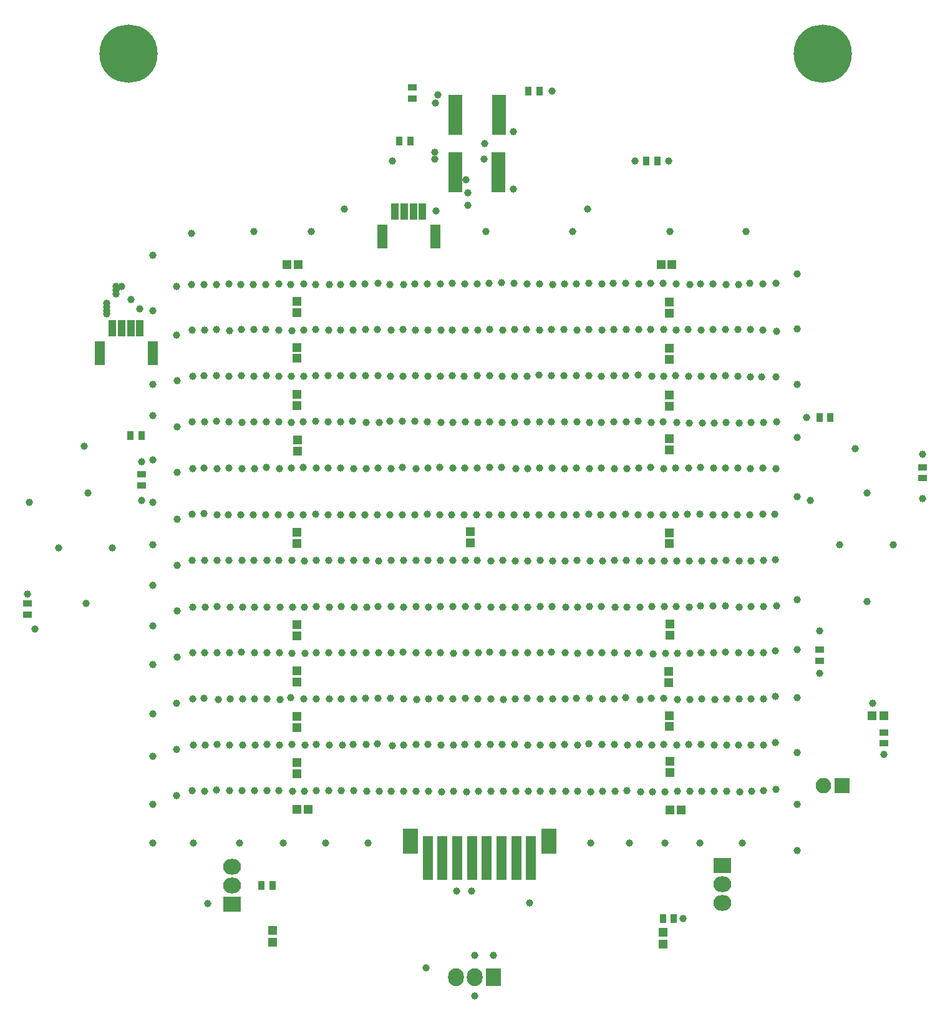
<source format=gbs>
G04 #@! TF.FileFunction,Soldermask,Bot*
%FSLAX46Y46*%
G04 Gerber Fmt 4.6, Leading zero omitted, Abs format (unit mm)*
G04 Created by KiCad (PCBNEW 4.0.6+dfsg1-1) date Tue Apr 17 11:31:54 2018*
%MOMM*%
%LPD*%
G01*
G04 APERTURE LIST*
%ADD10C,0.100000*%
%ADD11C,7.900000*%
%ADD12R,1.900000X0.850000*%
%ADD13R,1.150000X1.200000*%
%ADD14R,1.200000X1.150000*%
%ADD15R,1.000000X2.200000*%
%ADD16R,1.400000X3.200000*%
%ADD17R,2.100000X2.100000*%
%ADD18O,2.100000X2.100000*%
%ADD19R,2.127200X2.432000*%
%ADD20O,2.127200X2.432000*%
%ADD21R,2.432000X2.127200*%
%ADD22O,2.432000X2.127200*%
%ADD23R,1.200000X1.200000*%
%ADD24R,0.900000X1.300000*%
%ADD25R,1.300000X0.900000*%
%ADD26R,1.400000X5.900000*%
%ADD27R,2.000000X3.400000*%
%ADD28C,1.000000*%
G04 APERTURE END LIST*
D10*
D11*
X222188458Y-66616445D03*
D12*
X178250000Y-72700000D03*
X178250000Y-73350000D03*
X178250000Y-74000000D03*
X178250000Y-74650000D03*
X178250000Y-75300000D03*
X178250000Y-75950000D03*
X178250000Y-76600000D03*
X178250000Y-77250000D03*
X172350000Y-77250000D03*
X172350000Y-76600000D03*
X172350000Y-75950000D03*
X172350000Y-75300000D03*
X172350000Y-74650000D03*
X172350000Y-74000000D03*
X172350000Y-73350000D03*
X172350000Y-72700000D03*
X178200000Y-80475000D03*
X178200000Y-81125000D03*
X178200000Y-81775000D03*
X178200000Y-82425000D03*
X178200000Y-83075000D03*
X178200000Y-83725000D03*
X178200000Y-84375000D03*
X178200000Y-85025000D03*
X172300000Y-85025000D03*
X172300000Y-84375000D03*
X172300000Y-83725000D03*
X172300000Y-83075000D03*
X172300000Y-82425000D03*
X172300000Y-81775000D03*
X172300000Y-81125000D03*
X172300000Y-80475000D03*
D13*
X150800000Y-100300000D03*
X150800000Y-101800000D03*
X150850000Y-106500000D03*
X150850000Y-108000000D03*
X150850000Y-112900000D03*
X150850000Y-114400000D03*
X201450000Y-162700000D03*
X201450000Y-164200000D03*
X201350000Y-106600000D03*
X201350000Y-108100000D03*
X150900000Y-119100000D03*
X150900000Y-120600000D03*
D14*
X149500000Y-95300000D03*
X151000000Y-95300000D03*
D13*
X201350000Y-113000000D03*
X201350000Y-114500000D03*
X150850000Y-131600000D03*
X150850000Y-133100000D03*
X201400000Y-118900000D03*
X201400000Y-120400000D03*
D14*
X150850000Y-169200000D03*
X152350000Y-169200000D03*
X201450000Y-169300000D03*
X202950000Y-169300000D03*
D13*
X201400000Y-131650000D03*
X201400000Y-133150000D03*
D14*
X200250000Y-95300000D03*
X201750000Y-95300000D03*
D13*
X150850000Y-144150000D03*
X150850000Y-145650000D03*
X201400000Y-100350000D03*
X201400000Y-101850000D03*
X201450000Y-144050000D03*
X201450000Y-145550000D03*
X174350000Y-131500000D03*
X174350000Y-133000000D03*
X150800000Y-162850000D03*
X150800000Y-164350000D03*
X150800000Y-150400000D03*
X150800000Y-151900000D03*
X201300000Y-150500000D03*
X201300000Y-152000000D03*
X201350000Y-156450000D03*
X201350000Y-157950000D03*
X150800000Y-156600000D03*
X150800000Y-158100000D03*
D15*
X167875000Y-88075000D03*
X166625000Y-88075000D03*
X165375000Y-88075000D03*
X164125000Y-88075000D03*
D16*
X162400000Y-91425000D03*
X169600000Y-91425000D03*
D15*
X129525000Y-103900000D03*
X128275000Y-103900000D03*
X127025000Y-103900000D03*
X125775000Y-103900000D03*
D16*
X124050000Y-107250000D03*
X131250000Y-107250000D03*
D17*
X224790000Y-166000000D03*
D18*
X222250000Y-166000000D03*
D19*
X177540000Y-192000000D03*
D20*
X175000000Y-192000000D03*
X172460000Y-192000000D03*
D21*
X142000000Y-182040000D03*
D22*
X142000000Y-179500000D03*
X142000000Y-176960000D03*
D21*
X208600000Y-176800000D03*
D22*
X208600000Y-179340000D03*
X208600000Y-181880000D03*
D23*
X228900000Y-156500000D03*
X230500000Y-156500000D03*
D24*
X202000000Y-184000000D03*
X200500000Y-184000000D03*
X146000000Y-179500000D03*
X147500000Y-179500000D03*
X129750000Y-118500000D03*
X128250000Y-118500000D03*
D25*
X129750000Y-123750000D03*
X129750000Y-125250000D03*
X114250000Y-141250000D03*
X114250000Y-142750000D03*
X166500000Y-71250000D03*
X166500000Y-72750000D03*
D24*
X183750000Y-71750000D03*
X182250000Y-71750000D03*
D25*
X235750000Y-122750000D03*
X235750000Y-124250000D03*
X221750000Y-149000000D03*
X221750000Y-147500000D03*
D24*
X221750000Y-116000000D03*
X223250000Y-116000000D03*
X199750000Y-81250000D03*
X198250000Y-81250000D03*
X166250000Y-78500000D03*
X164750000Y-78500000D03*
D25*
X230500000Y-160250000D03*
X230500000Y-158750000D03*
D23*
X200500000Y-185900000D03*
X200500000Y-187500000D03*
X147500000Y-185650000D03*
X147500000Y-187250000D03*
D11*
X128011542Y-66616445D03*
D26*
X182600000Y-175750000D03*
X180600000Y-175750000D03*
X178600000Y-175750000D03*
X176600000Y-175750000D03*
X174600000Y-175750000D03*
X172600000Y-175750000D03*
X170600000Y-175750000D03*
X168600000Y-175750000D03*
D27*
X185000000Y-173500000D03*
X166200000Y-173500000D03*
D28*
X211250000Y-173750000D03*
X205500000Y-173750000D03*
X200750000Y-173750000D03*
X196000000Y-173750000D03*
X190750000Y-173750000D03*
X160500000Y-173750000D03*
X154750000Y-173750000D03*
X149000000Y-173750000D03*
X143000000Y-173750000D03*
X136750000Y-173750000D03*
X131250000Y-111500000D03*
X131250000Y-121750000D03*
X131250000Y-133250000D03*
X131250000Y-144250000D03*
X131250000Y-168500000D03*
X131250000Y-156250000D03*
X218750000Y-174750000D03*
X218750000Y-168500000D03*
X218750000Y-161500000D03*
X218750000Y-154000000D03*
X218750000Y-147500000D03*
X218750000Y-140750000D03*
X218750000Y-126750000D03*
X218750000Y-118750000D03*
X218750000Y-111500000D03*
X218750000Y-104000000D03*
X218750000Y-96500000D03*
X211750000Y-90750000D03*
X201500000Y-90750000D03*
X188250000Y-90750000D03*
X176500000Y-90750000D03*
X152750000Y-90750000D03*
X145000000Y-90750000D03*
X136500000Y-91000000D03*
X131250000Y-94000000D03*
X131250000Y-101500000D03*
X131250000Y-115750000D03*
X131250000Y-127500000D03*
X131250000Y-138750000D03*
X131250000Y-149500000D03*
X131250000Y-162000000D03*
X131250000Y-173750000D03*
X175002338Y-189002338D03*
X229000000Y-154750000D03*
X169750000Y-88000000D03*
X201250000Y-81250000D03*
X169500000Y-81000000D03*
X180250000Y-85000000D03*
X125000000Y-102000000D03*
X125000000Y-101500000D03*
X125000000Y-101000000D03*
X125000000Y-100500000D03*
X114250000Y-140000000D03*
X180250000Y-77250000D03*
X185500000Y-71750000D03*
X235750000Y-121000000D03*
X169600000Y-73350000D03*
X221750000Y-150750000D03*
X129750000Y-122000000D03*
X220000000Y-116000000D03*
X168350000Y-190700000D03*
X203250000Y-184000000D03*
X175000000Y-194500000D03*
X210626343Y-129211696D03*
X207266519Y-129191697D03*
X203846699Y-129171698D03*
X200516874Y-129211696D03*
X197150419Y-129183891D03*
X193771070Y-129183891D03*
X190416268Y-129167526D03*
X187054102Y-129199847D03*
X183672708Y-129223167D03*
X180329106Y-129225643D03*
X176911649Y-129202860D03*
X173543167Y-129186233D03*
X170212561Y-129192390D03*
X166839577Y-129183902D03*
X163435376Y-129188487D03*
X160081865Y-129188470D03*
X156715564Y-129180678D03*
X153349090Y-129176622D03*
X149978748Y-129193327D03*
X146607879Y-129191869D03*
X143249164Y-129200287D03*
X213939039Y-110516332D03*
X214137097Y-166666081D03*
X210930434Y-166800000D03*
X207456875Y-166706772D03*
X204141304Y-166750000D03*
X200821739Y-166800000D03*
X197452174Y-166800000D03*
X194032609Y-166750000D03*
X190713044Y-166800000D03*
X187293479Y-166750000D03*
X183841409Y-166688633D03*
X180554349Y-166750000D03*
X177130790Y-166706772D03*
X173850000Y-166784781D03*
X170495654Y-166800000D03*
X167022095Y-166706772D03*
X163652530Y-166706772D03*
X160282965Y-166706772D03*
X156834924Y-166649541D03*
X153433055Y-166618057D03*
X150228264Y-166750000D03*
X146735926Y-166657952D03*
X143388767Y-166675815D03*
X139933597Y-166593939D03*
X136637097Y-166666078D03*
X214196682Y-160459345D03*
X210788102Y-160433903D03*
X207500000Y-160486957D03*
X204028676Y-160418475D03*
X200604686Y-160367785D03*
X197289546Y-160418475D03*
X193919981Y-160418475D03*
X190450165Y-160310282D03*
X187180851Y-160418475D03*
X183870597Y-160459345D03*
X180380767Y-160360587D03*
X177072156Y-160418475D03*
X173648166Y-160367785D03*
X170392337Y-160459345D03*
X166963461Y-160418475D03*
X163758698Y-160550000D03*
X160224331Y-160418475D03*
X156969568Y-160500000D03*
X153485201Y-160418475D03*
X150115636Y-160418475D03*
X146746071Y-160418475D03*
X143435817Y-160459345D03*
X139982428Y-160397503D03*
X136752178Y-160500000D03*
X214197367Y-154211921D03*
X210827802Y-154211921D03*
X207565217Y-154300000D03*
X204145652Y-154250000D03*
X200629920Y-154145351D03*
X197400000Y-154243478D03*
X193920260Y-154170872D03*
X190530859Y-154154142D03*
X187240847Y-154211921D03*
X183811565Y-154170872D03*
X180501717Y-154211921D03*
X177132152Y-154211921D03*
X173680605Y-154151969D03*
X170278513Y-154119864D03*
X167100000Y-154269563D03*
X163539385Y-154119866D03*
X160169820Y-154119866D03*
X156855045Y-154170872D03*
X153482960Y-154168843D03*
X150015050Y-154061965D03*
X146790256Y-154202266D03*
X143436502Y-154211921D03*
X140123917Y-154250000D03*
X136697372Y-154211921D03*
X214190097Y-147959755D03*
X210768366Y-147923272D03*
X207398801Y-147923272D03*
X204147826Y-148000000D03*
X200828261Y-148050000D03*
X197290106Y-147923272D03*
X193920541Y-147923272D03*
X190587272Y-147949685D03*
X187241542Y-147964502D03*
X183811846Y-147923272D03*
X180502412Y-147964502D03*
X177026605Y-147881481D03*
X173763282Y-147964502D03*
X170333586Y-147923272D03*
X166984598Y-147938855D03*
X163638669Y-147954814D03*
X160224891Y-147923272D03*
X156915457Y-147964502D03*
X153485761Y-147923272D03*
X150194928Y-147974827D03*
X146806762Y-147964502D03*
X143321908Y-147871945D03*
X140007501Y-147923272D03*
X136690096Y-147959752D03*
X214138217Y-141675674D03*
X210829201Y-141717085D03*
X207324095Y-141601659D03*
X204090071Y-141717085D03*
X200683305Y-141693206D03*
X197410870Y-141750000D03*
X193981376Y-141717085D03*
X190526239Y-141654332D03*
X187300000Y-141747825D03*
X183832855Y-141691339D03*
X180503116Y-141717085D03*
X177133551Y-141717085D03*
X173703437Y-141675674D03*
X170333872Y-141675674D03*
X166982411Y-141689452D03*
X163594742Y-141675674D03*
X160350000Y-141754345D03*
X156884222Y-141696872D03*
X153478420Y-141669466D03*
X150250000Y-141763040D03*
X146807466Y-141717085D03*
X143500000Y-141752170D03*
X140033760Y-141695047D03*
X136698771Y-141717085D03*
X214138507Y-135428079D03*
X210829915Y-135469673D03*
X207433518Y-135452985D03*
X204090785Y-135469673D03*
X200721220Y-135469673D03*
X197335522Y-135459922D03*
X193921117Y-135428079D03*
X190612525Y-135469673D03*
X187242960Y-135469673D03*
X183812422Y-135428079D03*
X180503830Y-135469673D03*
X177134265Y-135469673D03*
X173703727Y-135428079D03*
X170334162Y-135428079D03*
X166964597Y-135428079D03*
X163595032Y-135428079D03*
X160228043Y-135430116D03*
X156855902Y-135428079D03*
X153430424Y-135376100D03*
X150116772Y-135428079D03*
X146747207Y-135428079D03*
X143377642Y-135428079D03*
X140008077Y-135428079D03*
X136582599Y-135376100D03*
X214082504Y-129128175D03*
X140029386Y-129196313D03*
X136582509Y-129128175D03*
X214062171Y-122856891D03*
X210692606Y-122856891D03*
X207369452Y-122906597D03*
X203973717Y-122880250D03*
X200652534Y-122926158D03*
X197226918Y-122871739D03*
X193946098Y-122951078D03*
X190552144Y-122932897D03*
X187160524Y-122914326D03*
X183726597Y-122844857D03*
X180517844Y-122981837D03*
X176954085Y-122795280D03*
X173637309Y-122868700D03*
X170230710Y-122820279D03*
X166965189Y-122932897D03*
X163642734Y-122966061D03*
X160211597Y-122920967D03*
X156789484Y-122868700D03*
X153451999Y-122902421D03*
X150050354Y-122868700D03*
X146643755Y-122820279D03*
X143390344Y-122942214D03*
X140020779Y-122942214D03*
X136651214Y-122942214D03*
X214154811Y-116697047D03*
X210844757Y-116734454D03*
X207475192Y-116734454D03*
X204107275Y-116735330D03*
X200565061Y-116584370D03*
X197179069Y-116559912D03*
X193835021Y-116596675D03*
X190528719Y-116665272D03*
X187115410Y-116620691D03*
X183756233Y-116632322D03*
X180408572Y-116654646D03*
X176987196Y-116596675D03*
X173658312Y-116643653D03*
X170359621Y-116703586D03*
X166828869Y-116517084D03*
X163472539Y-116541797D03*
X160214373Y-116675502D03*
X156779348Y-116608796D03*
X153362904Y-116540146D03*
X150082487Y-116654646D03*
X146670653Y-116608796D03*
X143403101Y-116703586D03*
X139896120Y-116559366D03*
X136564515Y-116611917D03*
X210712659Y-110384394D03*
X207376679Y-110417567D03*
X204031012Y-110437728D03*
X200614809Y-110395803D03*
X197162232Y-110283257D03*
X193815125Y-110320811D03*
X190482153Y-110369576D03*
X187083791Y-110332289D03*
X183672226Y-110260090D03*
X180420159Y-110417567D03*
X176992288Y-110355413D03*
X173519563Y-110450000D03*
X170311464Y-110417567D03*
X166878227Y-110348489D03*
X163542944Y-110388893D03*
X160152132Y-110364889D03*
X156772401Y-110352222D03*
X153409563Y-110360698D03*
X150073736Y-110398235D03*
X146662469Y-110350622D03*
X143265290Y-110310909D03*
X139904636Y-110324643D03*
X136652532Y-110447541D03*
X214071606Y-104124665D03*
X210691944Y-104112596D03*
X207303544Y-104087811D03*
X203933979Y-104087811D03*
X200583249Y-104112596D03*
X197209852Y-104107808D03*
X193825284Y-104087811D03*
X190451495Y-104081784D03*
X187104989Y-104112596D03*
X183766961Y-104147953D03*
X180356208Y-104100298D03*
X176996294Y-104112596D03*
X173705238Y-104190147D03*
X170348050Y-104199618D03*
X166921556Y-104150403D03*
X163596543Y-104190147D03*
X160129634Y-104087811D03*
X156789001Y-104124665D03*
X153390890Y-104088353D03*
X150143209Y-104208615D03*
X146619514Y-104036829D03*
X143300644Y-104112596D03*
X139903540Y-104075180D03*
X136591120Y-104145974D03*
X214116086Y-97922160D03*
X210795878Y-97961135D03*
X207332311Y-97876648D03*
X204133848Y-98004934D03*
X200559081Y-97832344D03*
X197238460Y-97893098D03*
X193788521Y-97779763D03*
X190455390Y-97839523D03*
X187139431Y-97903064D03*
X183789999Y-97922162D03*
X180331099Y-97816204D03*
X176946064Y-97789855D03*
X173636661Y-97876648D03*
X170288677Y-97900104D03*
X166826471Y-97926556D03*
X163451734Y-97949893D03*
X160073411Y-97926156D03*
X156725080Y-97949524D03*
X153351362Y-97948593D03*
X149976122Y-97950564D03*
X146598992Y-97951147D03*
X143223526Y-97948832D03*
X139875209Y-97949283D03*
X136500304Y-97950193D03*
X138750000Y-182000000D03*
X177500000Y-189000000D03*
X230500000Y-161750000D03*
X170000000Y-72250000D03*
X169500000Y-80000000D03*
X127000000Y-98250000D03*
X126250000Y-99250000D03*
X126250000Y-98750000D03*
X126250000Y-98250000D03*
X228250000Y-141000000D03*
X228250000Y-126250000D03*
X231750000Y-133250000D03*
X224500000Y-133250000D03*
X122250000Y-141250000D03*
X118500000Y-133750000D03*
X125750000Y-133750000D03*
X122500000Y-126250000D03*
X157250000Y-87750000D03*
X190250000Y-87750000D03*
X212320991Y-129207525D03*
X208936432Y-129191695D03*
X205556609Y-129171698D03*
X202236784Y-129181697D03*
X198826963Y-129221695D03*
X195423923Y-129167526D03*
X192077302Y-129183891D03*
X188747050Y-129183891D03*
X185367292Y-129192075D03*
X182001444Y-129207620D03*
X178620378Y-129225643D03*
X175248487Y-129180077D03*
X171862473Y-129210859D03*
X168507242Y-129149295D03*
X165148400Y-129181204D03*
X161754449Y-129208986D03*
X158397232Y-129180496D03*
X155039202Y-129185789D03*
X151649302Y-129197504D03*
X148274610Y-129191869D03*
X144932730Y-129183452D03*
X141498250Y-129200287D03*
X215833051Y-122983051D03*
X134450000Y-167300000D03*
X134450000Y-161050000D03*
X134500000Y-154800000D03*
X134550000Y-148500000D03*
X134550000Y-142250000D03*
X134550000Y-136050000D03*
X134550000Y-129800000D03*
X134550000Y-123500000D03*
X134550000Y-117300000D03*
X134550000Y-111000000D03*
X134500000Y-104800000D03*
X134500759Y-98250060D03*
X215850000Y-166450000D03*
X215800000Y-160150000D03*
X215800000Y-153900000D03*
X215800000Y-147650000D03*
X215900000Y-141600000D03*
X215750000Y-135300000D03*
X215700000Y-129100000D03*
X215950000Y-116600000D03*
X215877816Y-110498521D03*
X215950000Y-104350000D03*
X215876141Y-97850000D03*
X212549999Y-166750000D03*
X209126440Y-166706772D03*
X205810869Y-166750000D03*
X202441304Y-166750000D03*
X199100000Y-166778261D03*
X195589272Y-166666081D03*
X192332609Y-166750000D03*
X188963044Y-166750000D03*
X185547303Y-166711289D03*
X182200000Y-166726086D03*
X178850000Y-166745651D03*
X175449034Y-166717023D03*
X172115219Y-166750000D03*
X168696870Y-166709803D03*
X165322095Y-166706772D03*
X162000000Y-166743476D03*
X158539125Y-166677706D03*
X155154492Y-166666081D03*
X151843835Y-166706772D03*
X148415362Y-166666081D03*
X145045797Y-166666081D03*
X141688767Y-166675815D03*
X138342213Y-166692112D03*
X212496682Y-160459345D03*
X209182608Y-160500000D03*
X205698241Y-160418475D03*
X202395857Y-160463875D03*
X198989719Y-160441138D03*
X195704348Y-160500000D03*
X192219981Y-160418475D03*
X188950000Y-160484782D03*
X185545407Y-160462385D03*
X182170597Y-160459345D03*
X178687296Y-160367785D03*
X175372156Y-160418475D03*
X172061902Y-160459345D03*
X168633026Y-160418475D03*
X165288898Y-160437559D03*
X161793645Y-160310282D03*
X158469906Y-160367785D03*
X155214077Y-160459345D03*
X151900003Y-160500000D03*
X148474947Y-160459345D03*
X145150000Y-160489127D03*
X141686586Y-160426342D03*
X138400000Y-160478257D03*
X212497367Y-154211921D03*
X209127802Y-154211921D03*
X205800000Y-154234783D03*
X202495652Y-154300000D03*
X198904600Y-154119866D03*
X195488960Y-154061965D03*
X192279977Y-154211921D03*
X188795905Y-154119866D03*
X185540847Y-154211921D03*
X182056775Y-154119866D03*
X178850000Y-154241303D03*
X175372435Y-154170872D03*
X172002870Y-154170872D03*
X168693020Y-154211919D03*
X165323457Y-154211921D03*
X161839385Y-154119866D03*
X158524610Y-154170872D03*
X155214762Y-154211921D03*
X151782960Y-154168843D03*
X148550000Y-154267388D03*
X145052608Y-154175798D03*
X141736502Y-154211921D03*
X138252430Y-154119866D03*
X212490097Y-147959755D03*
X209013208Y-147871945D03*
X205698801Y-147923272D03*
X202497826Y-148050000D03*
X199150000Y-148071739D03*
X195700000Y-147991304D03*
X192220541Y-147923272D03*
X188948246Y-147984122D03*
X185379927Y-147813641D03*
X182135030Y-147940713D03*
X178729714Y-147912893D03*
X175432847Y-147964502D03*
X172097780Y-147982856D03*
X168691058Y-147962939D03*
X165208863Y-147871945D03*
X161954587Y-147964502D03*
X158524891Y-147923272D03*
X155186359Y-147946158D03*
X151900000Y-147995649D03*
X148434172Y-147936977D03*
X145088199Y-147953125D03*
X141682157Y-147927284D03*
X138277824Y-147897594D03*
X212428073Y-141667364D03*
X209013119Y-141624023D03*
X205643554Y-141624023D03*
X202329522Y-141675674D03*
X198983305Y-141693206D03*
X195650941Y-141717085D03*
X192174401Y-141633625D03*
X188946533Y-141735478D03*
X185481697Y-141675674D03*
X182172681Y-141717085D03*
X178803116Y-141717085D03*
X175380710Y-141681700D03*
X172003437Y-141675674D03*
X168694421Y-141717085D03*
X165343581Y-141727437D03*
X161877101Y-141660927D03*
X158585726Y-141717085D03*
X155216161Y-141717085D03*
X151846596Y-141717085D03*
X148536960Y-141750000D03*
X145107466Y-141717085D03*
X141737901Y-141717085D03*
X138395068Y-141731551D03*
X212499480Y-135469673D03*
X209079313Y-135436119D03*
X205795298Y-135488102D03*
X202390785Y-135469673D03*
X199021220Y-135469673D03*
X195575423Y-135415424D03*
X192290170Y-135474252D03*
X188851552Y-135428079D03*
X185537574Y-135466510D03*
X182173395Y-135469673D03*
X178742857Y-135428079D03*
X175321927Y-135380961D03*
X172003727Y-135428079D03*
X168634162Y-135428079D03*
X165280201Y-135440012D03*
X161934511Y-135456496D03*
X158528043Y-135430116D03*
X155155902Y-135428079D03*
X151847310Y-135469673D03*
X148416772Y-135428079D03*
X145024470Y-135408837D03*
X141621729Y-135376100D03*
X138308077Y-135428079D03*
X138180353Y-129028075D03*
X212421083Y-122917892D03*
X208992606Y-122856891D03*
X205587811Y-122807813D03*
X202234944Y-122832640D03*
X198848681Y-122807813D03*
X195591274Y-122932897D03*
X192146901Y-122859477D03*
X188797290Y-122882228D03*
X185436595Y-122891501D03*
X182149810Y-122959479D03*
X178623651Y-122795282D03*
X175306874Y-122868700D03*
X171969389Y-122902421D03*
X168599824Y-122902421D03*
X165161145Y-122820279D03*
X161858744Y-122900544D03*
X158562855Y-122959479D03*
X155079566Y-122856891D03*
X151653281Y-122770176D03*
X148449827Y-122956608D03*
X145059909Y-122942214D03*
X141597123Y-122851679D03*
X138236859Y-122863077D03*
X212427413Y-116675502D03*
X209106897Y-116712025D03*
X205825173Y-116757720D03*
X202367767Y-116712025D03*
X198937414Y-116665272D03*
X195545743Y-116644137D03*
X192186830Y-116654645D03*
X188805660Y-116643165D03*
X185415410Y-116620691D03*
X182044518Y-116619152D03*
X178708572Y-116654646D03*
X175350459Y-116665272D03*
X171992633Y-116675502D03*
X168567585Y-116620691D03*
X165144974Y-116546747D03*
X161965897Y-116731773D03*
X158398661Y-116534103D03*
X155084497Y-116615029D03*
X151678213Y-116565376D03*
X148360583Y-116632322D03*
X144946712Y-116576801D03*
X141582456Y-116584370D03*
X138266008Y-116647030D03*
X212384778Y-110550000D03*
X208992168Y-110360698D03*
X205653939Y-110395803D03*
X202234305Y-110336094D03*
X198986191Y-110456099D03*
X195486511Y-110323553D03*
X192184419Y-110404495D03*
X188762752Y-110345270D03*
X185367241Y-110307045D03*
X182097402Y-110424326D03*
X178715606Y-110413427D03*
X175302136Y-110367498D03*
X171912927Y-110342579D03*
X168588724Y-110395803D03*
X165219159Y-110395803D03*
X161818258Y-110360698D03*
X158458730Y-110372679D03*
X155063123Y-110339879D03*
X151752105Y-110406872D03*
X148394074Y-110417567D03*
X144992778Y-110386396D03*
X141622747Y-110385895D03*
X138222519Y-110349553D03*
X212341125Y-104085624D03*
X208962577Y-104072418D03*
X205710018Y-104197191D03*
X202327596Y-104187173D03*
X198847496Y-104062444D03*
X195513684Y-104112596D03*
X192198556Y-104169864D03*
X188806091Y-104147953D03*
X185357686Y-104042957D03*
X182007885Y-104075180D03*
X178744368Y-104190147D03*
X175374803Y-104190147D03*
X171950627Y-104139992D03*
X168580591Y-104139489D03*
X165187599Y-104112596D03*
X161774562Y-104049648D03*
X158458566Y-104124665D03*
X155121725Y-104159098D03*
X151776204Y-104180659D03*
X148394211Y-104169864D03*
X144969776Y-104112061D03*
X141702976Y-104207848D03*
X138321965Y-104199618D03*
X212333603Y-97826795D03*
X209070768Y-97942570D03*
X205648587Y-97894610D03*
X202273335Y-97888532D03*
X198842652Y-97806690D03*
X195451937Y-97767467D03*
X192202833Y-97925835D03*
X188784486Y-97876648D03*
X185534549Y-97977738D03*
X182058300Y-97891074D03*
X178586640Y-97726787D03*
X175318224Y-97890058D03*
X171907565Y-97839523D03*
X168547232Y-97852101D03*
X165278888Y-97952089D03*
X161807688Y-97851554D03*
X158479982Y-97900104D03*
X155193932Y-97968596D03*
X151738909Y-97898111D03*
X148337394Y-97861811D03*
X144920446Y-97939856D03*
X141560000Y-97930000D03*
X138174271Y-97950813D03*
X121986691Y-119933051D03*
X129750000Y-127250000D03*
X115250000Y-144750000D03*
X114500000Y-127500000D03*
X226623455Y-120250000D03*
X235750000Y-127000000D03*
X221750000Y-145000000D03*
X220500000Y-127250000D03*
X163750000Y-81250000D03*
X176283850Y-78833814D03*
X176252435Y-81000088D03*
X174003576Y-87256107D03*
X174000000Y-85500000D03*
X173751400Y-83749990D03*
X196750000Y-81250000D03*
X182380000Y-181880000D03*
X174500000Y-180250000D03*
X172500000Y-180250000D03*
X129525000Y-101275000D03*
X128294363Y-100036271D03*
M02*

</source>
